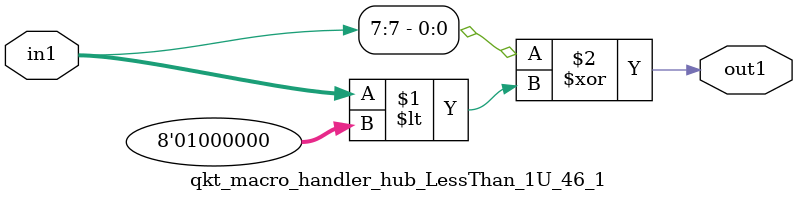
<source format=v>

`timescale 1ps / 1ps


module qkt_macro_handler_hub_LessThan_1U_46_1( in1, out1 );

    input [7:0] in1;
    output out1;

    
    // rtl_process:qkt_macro_handler_hub_LessThan_1U_46_1/qkt_macro_handler_hub_LessThan_1U_46_1_thread_1
    assign out1 = (in1[7] ^ in1 < 8'd064);

endmodule


</source>
